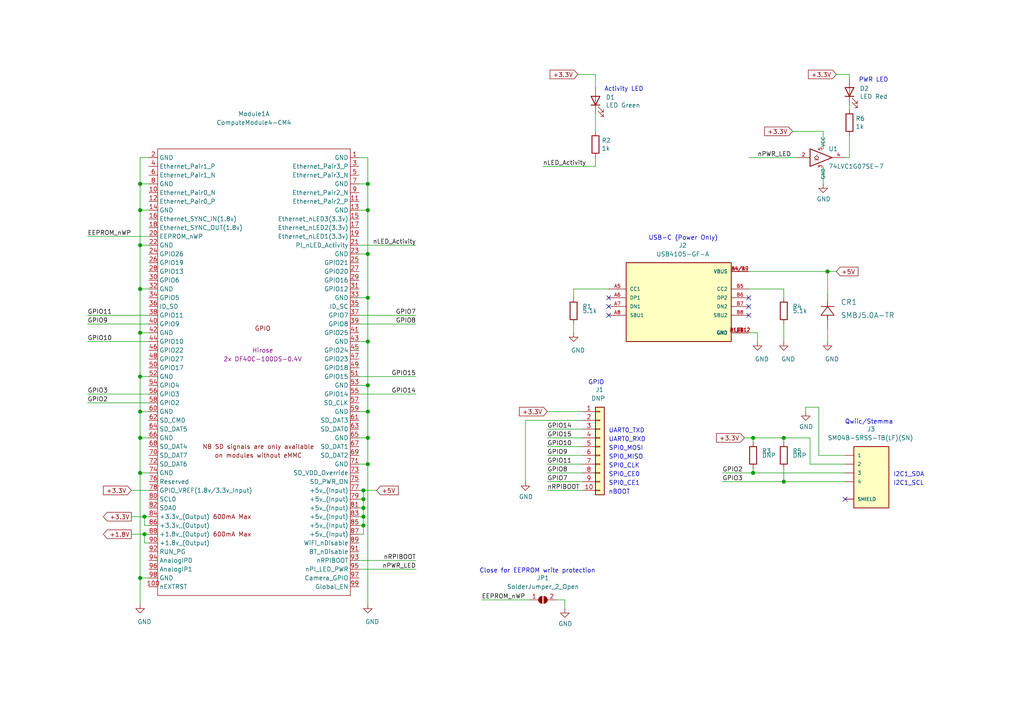
<source format=kicad_sch>
(kicad_sch (version 20211123) (generator eeschema)
  (paper "A4")
  (title_block (title "CM4 Carrier") (date "01/22/2022") (rev "v01") (comment 2 "creativecommons.org/licenses/by-sa/4.0") (comment 3 "License: CC BY-SA 4.0") (comment 4 "Author: Devin Henkel-Legare"))
  (lib_symbols
    (symbol "2020-11-06_22-01-36:SMBJ5.0A-TR" (pin_numbers hide) (pin_names (offset -1.651) hide)
      (property "Reference" "CR" (at 5.08 4.445 0))
      (property "Value" "SMBJ5.0A-TR" (at 5.08 -7.62 0))
      (symbol "SMBJ5.0A-TR_1_1"
        (polyline (pts (xy 2.54 0) (xy 3.4798 0)) (stroke (width 0.2032)))
        (polyline (pts (xy 3.175 0) (xy 3.81 0)) (stroke (width 0.2032)))
        (polyline (pts (xy 3.81 -1.905) (xy 6.35 0)) (stroke (width 0.2032)))
        (polyline (pts (xy 3.81 1.905) (xy 3.81 -1.905)) (stroke (width 0.2032)))
        (polyline (pts (xy 6.35 -1.905) (xy 6.35 1.905)) (stroke (width 0.2032)))
        (polyline (pts (xy 6.35 0) (xy 3.81 1.905)) (stroke (width 0.2032)))
        (polyline (pts (xy 6.35 0) (xy 7.62 0)) (stroke (width 0.2032)))
        (pin unspecified line (at 10.16 0 180) (length 2.54) (name "1") (number "1"))
        (pin unspecified line (at 0 0 0) (length 2.54) (name "2") (number "2"))
      )
    )
    (symbol "CM4IO:74LVC1G07_copy"
      (property "Reference" "U" (at -2.54 3.81 0))
      (property "Value" "74LVC1G07_copy" (at 0 -3.81 0))
      (symbol "74LVC1G07_copy_0_1"
        (polyline (pts (xy -2.54 -0.635) (xy -1.27 -0.635)))
        (polyline (pts (xy -3.81 2.54) (xy -3.81 -2.54) (xy 2.54 0) (xy -3.81 2.54)) (stroke (width 0.254)))
        (polyline (pts (xy -1.905 0.635) (xy -2.54 0) (xy -1.905 -0.635) (xy -1.27 0) (xy -1.905 0.635)))
      )
      (symbol "74LVC1G07_copy_1_1"
        (pin input line (at -7.62 0 0) (length 3.81) (name "~") (number "2"))
        (pin power_in line (at 0 -2.54 270) (length 0) (name "GND") (number "3"))
        (pin open_collector line (at 6.35 0 180) (length 3.81) (name "~") (number "4"))
        (pin power_in line (at 0 2.54 90) (length 0) (name "VCC") (number "5"))
      )
    )
    (symbol "CM4IO:ComputeModule4-CM4"
      (property "Reference" "Module" (at 113.03 -68.58 0))
      (property "Value" "ComputeModule4-CM4" (at 140.97 2.54 0))
      (property "Manufacturer" "Hirose" (at 0 0 0))
      (property "MPN" "2x DF40C-100DS-0.4V" (at 0 -2.54 0))
      (property "MPN (Alt)" "2x DF40HC(3.0)-100DS-0.4V" (at 0 0 0))
      (symbol "ComputeModule4-CM4_1_0"
        (text "GPIO" (at 0 6.35 0) (effects (font (size 1.27 1.27))))
      )
      (symbol "ComputeModule4-CM4_1_1"
        (rectangle (start -30.48 -71.12) (end 25.4 58.42))
        (text "600mA Max" (at -8.89 -53.34 0) (effects (font (size 1.27 1.27))))
        (text "600mA Max" (at -8.89 -48.26 0) (effects (font (size 1.27 1.27))))
        (text "NB SD signals are only available" (at -1.27 -27.94 0) (effects (font (size 1.27 1.27))))
        (text "on modules without eMMC" (at -1.27 -30.48 0) (effects (font (size 1.27 1.27))))
        (pin power_in line (at 27.94 55.88 180) (length 2.54) (name "GND") (number "1"))
        (pin passive line (at -33.02 45.72 0) (length 2.54) (name "Ethernet_Pair0_N") (number "10"))
        (pin output line (at -33.02 -68.58 0) (length 2.54) (name "nEXTRST") (number "100"))
        (pin passive line (at 27.94 43.18 180) (length 2.54) (name "Ethernet_Pair2_P") (number "11"))
        (pin passive line (at -33.02 43.18 0) (length 2.54) (name "Ethernet_Pair0_P") (number "12"))
        (pin power_in line (at 27.94 40.64 180) (length 2.54) (name "GND") (number "13"))
        (pin power_in line (at -33.02 40.64 0) (length 2.54) (name "GND") (number "14"))
        (pin output line (at 27.94 38.1 180) (length 2.54) (name "Ethernet_nLED3(3.3v)") (number "15"))
        (pin input line (at -33.02 38.1 0) (length 2.54) (name "Ethernet_SYNC_IN(1.8v)") (number "16"))
        (pin output line (at 27.94 35.56 180) (length 2.54) (name "Ethernet_nLED2(3.3v)") (number "17"))
        (pin input line (at -33.02 35.56 0) (length 2.54) (name "Ethernet_SYNC_OUT(1.8v)") (number "18"))
        (pin output line (at 27.94 33.02 180) (length 2.54) (name "Ethernet_nLED1(3.3v)") (number "19"))
        (pin power_in line (at -33.02 55.88 0) (length 2.54) (name "GND") (number "2"))
        (pin passive line (at -33.02 33.02 0) (length 2.54) (name "EEPROM_nWP") (number "20"))
        (pin open_collector line (at 27.94 30.48 180) (length 2.54) (name "PI_nLED_Activity") (number "21"))
        (pin power_in line (at -33.02 30.48 0) (length 2.54) (name "GND") (number "22"))
        (pin power_in line (at 27.94 27.94 180) (length 2.54) (name "GND") (number "23"))
        (pin passive line (at -33.02 27.94 0) (length 2.54) (name "GPIO26") (number "24"))
        (pin passive line (at 27.94 25.4 180) (length 2.54) (name "GPIO21") (number "25"))
        (pin passive line (at -33.02 25.4 0) (length 2.54) (name "GPIO19") (number "26"))
        (pin passive line (at 27.94 22.86 180) (length 2.54) (name "GPIO20") (number "27"))
        (pin passive line (at -33.02 22.86 0) (length 2.54) (name "GPIO13") (number "28"))
        (pin passive line (at 27.94 20.32 180) (length 2.54) (name "GPIO16") (number "29"))
        (pin passive line (at 27.94 53.34 180) (length 2.54) (name "Ethernet_Pair3_P") (number "3"))
        (pin passive line (at -33.02 20.32 0) (length 2.54) (name "GPIO6") (number "30"))
        (pin passive line (at 27.94 17.78 180) (length 2.54) (name "GPIO12") (number "31"))
        (pin power_in line (at -33.02 17.78 0) (length 2.54) (name "GND") (number "32"))
        (pin power_in line (at 27.94 15.24 180) (length 2.54) (name "GND") (number "33"))
        (pin passive line (at -33.02 15.24 0) (length 2.54) (name "GPIO5") (number "34"))
        (pin passive line (at 27.94 12.7 180) (length 2.54) (name "ID_SC") (number "35"))
        (pin passive line (at -33.02 12.7 0) (length 2.54) (name "ID_SD") (number "36"))
        (pin passive line (at 27.94 10.16 180) (length 2.54) (name "GPIO7") (number "37"))
        (pin passive line (at -33.02 10.16 0) (length 2.54) (name "GPIO11") (number "38"))
        (pin passive line (at 27.94 7.62 180) (length 2.54) (name "GPIO8") (number "39"))
        (pin passive line (at -33.02 53.34 0) (length 2.54) (name "Ethernet_Pair1_P") (number "4"))
        (pin passive line (at -33.02 7.62 0) (length 2.54) (name "GPIO9") (number "40"))
        (pin passive line (at 27.94 5.08 180) (length 2.54) (name "GPIO25") (number "41"))
        (pin power_in line (at -33.02 5.08 0) (length 2.54) (name "GND") (number "42"))
        (pin power_in line (at 27.94 2.54 180) (length 2.54) (name "GND") (number "43"))
        (pin passive line (at -33.02 2.54 0) (length 2.54) (name "GPIO10") (number "44"))
        (pin passive line (at 27.94 0 180) (length 2.54) (name "GPIO24") (number "45"))
        (pin passive line (at -33.02 0 0) (length 2.54) (name "GPIO22") (number "46"))
        (pin passive line (at 27.94 -2.54 180) (length 2.54) (name "GPIO23") (number "47"))
        (pin passive line (at -33.02 -2.54 0) (length 2.54) (name "GPIO27") (number "48"))
        (pin passive line (at 27.94 -5.08 180) (length 2.54) (name "GPIO18") (number "49"))
        (pin passive line (at 27.94 50.8 180) (length 2.54) (name "Ethernet_Pair3_N") (number "5"))
        (pin passive line (at -33.02 -5.08 0) (length 2.54) (name "GPIO17") (number "50"))
        (pin passive line (at 27.94 -7.62 180) (length 2.54) (name "GPIO15") (number "51"))
        (pin power_in line (at -33.02 -7.62 0) (length 2.54) (name "GND") (number "52"))
        (pin power_in line (at 27.94 -10.16 180) (length 2.54) (name "GND") (number "53"))
        (pin passive line (at -33.02 -10.16 0) (length 2.54) (name "GPIO4") (number "54"))
        (pin passive line (at 27.94 -12.7 180) (length 2.54) (name "GPIO14") (number "55"))
        (pin passive line (at -33.02 -12.7 0) (length 2.54) (name "GPIO3") (number "56"))
        (pin passive line (at 27.94 -15.24 180) (length 2.54) (name "SD_CLK") (number "57"))
        (pin passive line (at -33.02 -15.24 0) (length 2.54) (name "GPIO2") (number "58"))
        (pin power_in line (at 27.94 -17.78 180) (length 2.54) (name "GND") (number "59"))
        (pin passive line (at -33.02 50.8 0) (length 2.54) (name "Ethernet_Pair1_N") (number "6"))
        (pin power_in line (at -33.02 -17.78 0) (length 2.54) (name "GND") (number "60"))
        (pin passive line (at 27.94 -20.32 180) (length 2.54) (name "SD_DAT3") (number "61"))
        (pin passive line (at -33.02 -20.32 0) (length 2.54) (name "SD_CMD") (number "62"))
        (pin passive line (at 27.94 -22.86 180) (length 2.54) (name "SD_DAT0") (number "63"))
        (pin passive line (at -33.02 -22.86 0) (length 2.54) (name "SD_DAT5") (number "64"))
        (pin power_in line (at 27.94 -25.4 180) (length 2.54) (name "GND") (number "65"))
        (pin power_in line (at -33.02 -25.4 0) (length 2.54) (name "GND") (number "66"))
        (pin passive line (at 27.94 -27.94 180) (length 2.54) (name "SD_DAT1") (number "67"))
        (pin passive line (at -33.02 -27.94 0) (length 2.54) (name "SD_DAT4") (number "68"))
        (pin passive line (at 27.94 -30.48 180) (length 2.54) (name "SD_DAT2") (number "69"))
        (pin power_in line (at 27.94 48.26 180) (length 2.54) (name "GND") (number "7"))
        (pin passive line (at -33.02 -30.48 0) (length 2.54) (name "SD_DAT7") (number "70"))
        (pin power_in line (at 27.94 -33.02 180) (length 2.54) (name "GND") (number "71"))
        (pin passive line (at -33.02 -33.02 0) (length 2.54) (name "SD_DAT6") (number "72"))
        (pin input line (at 27.94 -35.56 180) (length 2.54) (name "SD_VDD_Override") (number "73"))
        (pin power_in line (at -33.02 -35.56 0) (length 2.54) (name "GND") (number "74"))
        (pin output line (at 27.94 -38.1 180) (length 2.54) (name "SD_PWR_ON") (number "75"))
        (pin passive line (at -33.02 -38.1 0) (length 2.54) (name "Reserved") (number "76"))
        (pin power_in line (at 27.94 -40.64 180) (length 2.54) (name "+5v_(Input)") (number "77"))
        (pin power_in line (at -33.02 -40.64 0) (length 2.54) (name "GPIO_VREF(1.8v/3.3v_Input)") (number "78"))
        (pin power_in line (at 27.94 -43.18 180) (length 2.54) (name "+5v_(Input)") (number "79"))
        (pin power_in line (at -33.02 48.26 0) (length 2.54) (name "GND") (number "8"))
        (pin passive line (at -33.02 -43.18 0) (length 2.54) (name "SCL0") (number "80"))
        (pin power_in line (at 27.94 -45.72 180) (length 2.54) (name "+5v_(Input)") (number "81"))
        (pin passive line (at -33.02 -45.72 0) (length 2.54) (name "SDA0") (number "82"))
        (pin power_in line (at 27.94 -48.26 180) (length 2.54) (name "+5v_(Input)") (number "83"))
        (pin power_out line (at -33.02 -48.26 0) (length 2.54) (name "+3.3v_(Output)") (number "84"))
        (pin power_in line (at 27.94 -50.8 180) (length 2.54) (name "+5v_(Input)") (number "85"))
        (pin power_out line (at -33.02 -50.8 0) (length 2.54) (name "+3.3v_(Output)") (number "86"))
        (pin power_in line (at 27.94 -53.34 180) (length 2.54) (name "+5v_(Input)") (number "87"))
        (pin power_out line (at -33.02 -53.34 0) (length 2.54) (name "+1.8v_(Output)") (number "88"))
        (pin power_in line (at 27.94 -55.88 180) (length 2.54) (name "WiFi_nDisable") (number "89"))
        (pin passive line (at 27.94 45.72 180) (length 2.54) (name "Ethernet_Pair2_N") (number "9"))
        (pin power_out line (at -33.02 -55.88 0) (length 2.54) (name "+1.8v_(Output)") (number "90"))
        (pin power_in line (at 27.94 -58.42 180) (length 2.54) (name "BT_nDisable") (number "91"))
        (pin passive line (at -33.02 -58.42 0) (length 2.54) (name "RUN_PG") (number "92"))
        (pin input line (at 27.94 -60.96 180) (length 2.54) (name "nRPIBOOT") (number "93"))
        (pin passive line (at -33.02 -60.96 0) (length 2.54) (name "AnalogIP0") (number "94"))
        (pin output line (at 27.94 -63.5 180) (length 2.54) (name "nPI_LED_PWR") (number "95"))
        (pin passive line (at -33.02 -63.5 0) (length 2.54) (name "AnalogIP1") (number "96"))
        (pin passive line (at 27.94 -66.04 180) (length 2.54) (name "Camera_GPIO") (number "97"))
        (pin power_in line (at -33.02 -66.04 0) (length 2.54) (name "GND") (number "98"))
        (pin input line (at 27.94 -68.58 180) (length 2.54) (name "Global_EN") (number "99"))
      )
      (symbol "ComputeModule4-CM4_2_1"
        (rectangle (start 114.3 -66.04) (end 165.1 63.5))
        (text "High Speed Serial" (at 140.97 0 0) (effects (font (size 1.27 1.27))))
        (pin input line (at 170.18 60.96 180) (length 5.08) (name "USB_OTG_ID") (number "101"))
        (pin input line (at 109.22 60.96 0) (length 5.08) (name "PCIe_CLK_nREQ") (number "102"))
        (pin passive line (at 170.18 58.42 180) (length 5.08) (name "USB2_N") (number "103"))
        (pin passive line (at 109.22 58.42 0) (length 5.08) (name "Reserved") (number "104"))
        (pin passive line (at 170.18 55.88 180) (length 5.08) (name "USB2_P") (number "105"))
        (pin passive line (at 109.22 55.88 0) (length 5.08) (name "Reserved") (number "106"))
        (pin power_in line (at 170.18 53.34 180) (length 5.08) (name "GND") (number "107"))
        (pin power_in line (at 109.22 53.34 0) (length 5.08) (name "GND") (number "108"))
        (pin bidirectional line (at 170.18 50.8 180) (length 5.08) (name "PCIe_nRST") (number "109"))
        (pin output line (at 109.22 50.8 0) (length 5.08) (name "PCIe_CLK_P") (number "110"))
        (pin passive line (at 170.18 48.26 180) (length 5.08) (name "VDAC_COMP") (number "111"))
        (pin output line (at 109.22 48.26 0) (length 5.08) (name "PCIe_CLK_N") (number "112"))
        (pin power_in line (at 170.18 45.72 180) (length 5.08) (name "GND") (number "113"))
        (pin power_in line (at 109.22 45.72 0) (length 5.08) (name "GND") (number "114"))
        (pin input line (at 170.18 43.18 180) (length 5.08) (name "CAM1_D0_N") (number "115"))
        (pin input line (at 109.22 43.18 0) (length 5.08) (name "PCIe_RX_P") (number "116"))
        (pin input line (at 170.18 40.64 180) (length 5.08) (name "CAM1_D0_P") (number "117"))
        (pin input line (at 109.22 40.64 0) (length 5.08) (name "PCIe_RX_N") (number "118"))
        (pin power_in line (at 170.18 38.1 180) (length 5.08) (name "GND") (number "119"))
        (pin power_in line (at 109.22 38.1 0) (length 5.08) (name "GND") (number "120"))
        (pin input line (at 170.18 35.56 180) (length 5.08) (name "CAM1_D1_N") (number "121"))
        (pin output line (at 109.22 35.56 0) (length 5.08) (name "PCIe_TX_P") (number "122"))
        (pin input line (at 170.18 33.02 180) (length 5.08) (name "CAM1_D1_P") (number "123"))
        (pin output line (at 109.22 33.02 0) (length 5.08) (name "PCIe_TX_N") (number "124"))
        (pin power_in line (at 170.18 30.48 180) (length 5.08) (name "GND") (number "125"))
        (pin power_in line (at 109.22 30.48 0) (length 5.08) (name "GND") (number "126"))
        (pin input line (at 170.18 27.94 180) (length 5.08) (name "CAM1_C_N") (number "127"))
        (pin input line (at 109.22 27.94 0) (length 5.08) (name "CAM0_D0_N") (number "128"))
        (pin input line (at 170.18 25.4 180) (length 5.08) (name "CAM1_C_P") (number "129"))
        (pin input line (at 109.22 25.4 0) (length 5.08) (name "CAM0_D0_P") (number "130"))
        (pin power_in line (at 170.18 22.86 180) (length 5.08) (name "GND") (number "131"))
        (pin power_in line (at 109.22 22.86 0) (length 5.08) (name "GND") (number "132"))
        (pin input line (at 170.18 20.32 180) (length 5.08) (name "CAM1_D2_N") (number "133"))
        (pin input line (at 109.22 20.32 0) (length 5.08) (name "CAM0_D1_N") (number "134"))
        (pin input line (at 170.18 17.78 180) (length 5.08) (name "CAM1_D2_P") (number "135"))
        (pin input line (at 109.22 17.78 0) (length 5.08) (name "CAM0_D1_P") (number "136"))
        (pin power_in line (at 170.18 15.24 180) (length 5.08) (name "GND") (number "137"))
        (pin power_in line (at 109.22 15.24 0) (length 5.08) (name "GND") (number "138"))
        (pin input line (at 170.18 12.7 180) (length 5.08) (name "CAM1_D3_N") (number "139"))
        (pin input line (at 109.22 12.7 0) (length 5.08) (name "CAM0_C_N") (number "140"))
        (pin input line (at 170.18 10.16 180) (length 5.08) (name "CAM1_D3_P") (number "141"))
        (pin input line (at 109.22 10.16 0) (length 5.08) (name "CAM0_C_P") (number "142"))
        (pin input line (at 170.18 7.62 180) (length 5.08) (name "HDMI1_HOTPLUG") (number "143"))
        (pin power_in line (at 109.22 7.62 0) (length 5.08) (name "GND") (number "144"))
        (pin bidirectional line (at 170.18 5.08 180) (length 5.08) (name "HDMI1_SDA") (number "145"))
        (pin output line (at 109.22 5.08 0) (length 5.08) (name "HDMI1_TX2_P") (number "146"))
        (pin open_collector line (at 170.18 2.54 180) (length 5.08) (name "HDMI1_SCL") (number "147"))
        (pin output line (at 109.22 2.54 0) (length 5.08) (name "HDMI1_TX2_N") (number "148"))
        (pin open_collector line (at 170.18 0 180) (length 5.08) (name "HDMI1_CEC") (number "149"))
        (pin power_in line (at 109.22 0 0) (length 5.08) (name "GND") (number "150"))
        (pin open_collector line (at 170.18 -2.54 180) (length 5.08) (name "HDMI0_CEC") (number "151"))
        (pin output line (at 109.22 -2.54 0) (length 5.08) (name "HDMI1_TX1_P") (number "152"))
        (pin input line (at 170.18 -5.08 180) (length 5.08) (name "HDMI0_HOTPLUG") (number "153"))
        (pin output line (at 109.22 -5.08 0) (length 5.08) (name "HDMI1_TX1_N") (number "154"))
        (pin power_in line (at 170.18 -7.62 180) (length 5.08) (name "GND") (number "155"))
        (pin power_in line (at 109.22 -7.62 0) (length 5.08) (name "GND") (number "156"))
        (pin output line (at 170.18 -10.16 180) (length 5.08) (name "DSI0_D0_N") (number "157"))
        (pin output line (at 109.22 -10.16 0) (length 5.08) (name "HDMI1_TX0_P") (number "158"))
        (pin output line (at 170.18 -12.7 180) (length 5.08) (name "DSI0_D0_P") (number "159"))
        (pin output line (at 109.22 -12.7 0) (length 5.08) (name "HDMI1_TX0_N") (number "160"))
        (pin power_in line (at 170.18 -15.24 180) (length 5.08) (name "GND") (number "161"))
        (pin power_in line (at 109.22 -15.24 0) (length 5.08) (name "GND") (number "162"))
        (pin output line (at 170.18 -17.78 180) (length 5.08) (name "DSI0_D1_N") (number "163"))
        (pin output line (at 109.22 -17.78 0) (length 5.08) (name "HDMI1_CLK_P") (number "164"))
        (pin output line (at 170.18 -20.32 180) (length 5.08) (name "DSI0_D1_P") (number "165"))
        (pin output line (at 109.22 -20.32 0) (length 5.08) (name "HDMI1_CLK_N") (number "166"))
        (pin power_in line (at 170.18 -22.86 180) (length 5.08) (name "GND") (number "167"))
        (pin power_in line (at 109.22 -22.86 0) (length 5.08) (name "GND") (number "168"))
        (pin output line (at 170.18 -25.4 180) (length 5.08) (name "DSI0_C_N") (number "169"))
        (pin output line (at 109.22 -25.4 0) (length 5.08) (name "HDMI0_TX2_P") (number "170"))
        (pin output line (at 170.18 -27.94 180) (length 5.08) (name "DSI0_C_P") (number "171"))
        (pin output line (at 109.22 -27.94 0) (length 5.08) (name "HDMI0_TX2_N") (number "172"))
        (pin power_in line (at 170.18 -30.48 180) (length 5.08) (name "GND") (number "173"))
        (pin power_in line (at 109.22 -30.48 0) (length 5.08) (name "GND") (number "174"))
        (pin output line (at 170.18 -33.02 180) (length 5.08) (name "DSI1_D0_N") (number "175"))
        (pin output line (at 109.22 -33.02 0) (length 5.08) (name "HDMI0_TX1_P") (number "176"))
        (pin output line (at 170.18 -35.56 180) (length 5.08) (name "DSI1_D0_P") (number "177"))
        (pin output line (at 109.22 -35.56 0) (length 5.08) (name "HDMI0_TX1_N") (number "178"))
        (pin power_in line (at 170.18 -38.1 180) (length 5.08) (name "GND") (number "179"))
        (pin power_in line (at 109.22 -38.1 0) (length 5.08) (name "GND") (number "180"))
        (pin output line (at 170.18 -40.64 180) (length 5.08) (name "DSI1_D1_N") (number "181"))
        (pin output line (at 109.22 -40.64 0) (length 5.08) (name "HDMI0_TX0_P") (number "182"))
        (pin output line (at 170.18 -43.18 180) (length 5.08) (name "DSI1_D1_P") (number "183"))
        (pin output line (at 109.22 -43.18 0) (length 5.08) (name "HDMI0_TX0_N") (number "184"))
        (pin power_in line (at 170.18 -45.72 180) (length 5.08) (name "GND") (number "185"))
        (pin power_in line (at 109.22 -45.72 0) (length 5.08) (name "GND") (number "186"))
        (pin output line (at 170.18 -48.26 180) (length 5.08) (name "DSI1_C_N") (number "187"))
        (pin output line (at 109.22 -48.26 0) (length 5.08) (name "HDMI0_CLK_P") (number "188"))
        (pin output line (at 170.18 -50.8 180) (length 5.08) (name "DSI1_C_P") (number "189"))
        (pin output line (at 109.22 -50.8 0) (length 5.08) (name "HDMI0_CLK_N") (number "190"))
        (pin power_in line (at 170.18 -53.34 180) (length 5.08) (name "GND") (number "191"))
        (pin power_in line (at 109.22 -53.34 0) (length 5.08) (name "GND") (number "192"))
        (pin output line (at 170.18 -55.88 180) (length 5.08) (name "DSI1_D2_N") (number "193"))
        (pin output line (at 109.22 -55.88 0) (length 5.08) (name "DSI1_D3_N") (number "194"))
        (pin output line (at 170.18 -58.42 180) (length 5.08) (name "DSI1_D2_P") (number "195"))
        (pin output line (at 109.22 -58.42 0) (length 5.08) (name "DSI1_D3_P") (number "196"))
        (pin power_in line (at 170.18 -60.96 180) (length 5.08) (name "GND") (number "197"))
        (pin power_in line (at 109.22 -60.96 0) (length 5.08) (name "GND") (number "198"))
        (pin bidirectional line (at 170.18 -63.5 180) (length 5.08) (name "HDMI0_SDA") (number "199"))
        (pin open_collector line (at 109.22 -63.5 0) (length 5.08) (name "HDMI0_SCL") (number "200"))
      )
    )
    (symbol "Connector_Generic:Conn_01x10" (pin_names (offset 1.016) hide)
      (property "Reference" "J" (at 0 12.7 0))
      (property "Value" "Conn_01x10" (at 0 -15.24 0))
      (symbol "Conn_01x10_1_1"
        (rectangle (start -1.27 -12.573) (end 0 -12.827) (stroke (width 0.1524)))
        (rectangle (start -1.27 -10.033) (end 0 -10.287) (stroke (width 0.1524)))
        (rectangle (start -1.27 -7.493) (end 0 -7.747) (stroke (width 0.1524)))
        (rectangle (start -1.27 -4.953) (end 0 -5.207) (stroke (width 0.1524)))
        (rectangle (start -1.27 -2.413) (end 0 -2.667) (stroke (width 0.1524)))
        (rectangle (start -1.27 0.127) (end 0 -0.127) (stroke (width 0.1524)))
        (rectangle (start -1.27 2.667) (end 0 2.413) (stroke (width 0.1524)))
        (rectangle (start -1.27 5.207) (end 0 4.953) (stroke (width 0.1524)))
        (rectangle (start -1.27 7.747) (end 0 7.493) (stroke (width 0.1524)))
        (rectangle (start -1.27 10.287) (end 0 10.033) (stroke (width 0.1524)))
        (rectangle (start -1.27 11.43) (end 1.27 -13.97) (stroke (width 0.254)) (fill (type background)))
        (pin passive line (at -5.08 10.16 0) (length 3.81) (name "Pin_1") (number "1"))
        (pin passive line (at -5.08 -12.7 0) (length 3.81) (name "Pin_10") (number "10"))
        (pin passive line (at -5.08 7.62 0) (length 3.81) (name "Pin_2") (number "2"))
        (pin passive line (at -5.08 5.08 0) (length 3.81) (name "Pin_3") (number "3"))
        (pin passive line (at -5.08 2.54 0) (length 3.81) (name "Pin_4") (number "4"))
        (pin passive line (at -5.08 0 0) (length 3.81) (name "Pin_5") (number "5"))
        (pin passive line (at -5.08 -2.54 0) (length 3.81) (name "Pin_6") (number "6"))
        (pin passive line (at -5.08 -5.08 0) (length 3.81) (name "Pin_7") (number "7"))
        (pin passive line (at -5.08 -7.62 0) (length 3.81) (name "Pin_8") (number "8"))
        (pin passive line (at -5.08 -10.16 0) (length 3.81) (name "Pin_9") (number "9"))
      )
    )
    (symbol "Device:LED" (pin_numbers hide) (pin_names (offset 1.016) hide)
      (property "Reference" "D" (at 0 2.54 0))
      (property "Value" "LED" (at 0 -2.54 0))
      (symbol "LED_0_1"
        (polyline (pts (xy -1.27 -1.27) (xy -1.27 1.27)) (stroke (width 0.254)))
        (polyline (pts (xy -1.27 0) (xy 1.27 0)))
        (polyline (pts (xy 1.27 -1.27) (xy 1.27 1.27) (xy -1.27 0) (xy 1.27 -1.27)) (stroke (width 0.254)))
        (polyline (pts (xy -3.048 -0.762) (xy -4.572 -2.286) (xy -3.81 -2.286) (xy -4.572 -2.286) (xy -4.572 -1.524)))
        (polyline (pts (xy -1.778 -0.762) (xy -3.302 -2.286) (xy -2.54 -2.286) (xy -3.302 -2.286) (xy -3.302 -1.524)))
      )
      (symbol "LED_1_1"
        (pin passive line (at -3.81 0 0) (length 2.54) (name "K") (number "1"))
        (pin passive line (at 3.81 0 180) (length 2.54) (name "A") (number "2"))
      )
    )
    (symbol "Device:R" (pin_numbers hide) (pin_names (offset 0))
      (property "Reference" "R" (at 2.032 0 90))
      (property "Value" "R" (at 0 0 90))
      (symbol "R_0_1"
        (rectangle (start -1.016 -2.54) (end 1.016 2.54) (stroke (width 0.254)))
      )
      (symbol "R_1_1"
        (pin passive line (at 0 3.81 270) (length 1.27) (name "~") (number "1"))
        (pin passive line (at 0 -3.81 90) (length 1.27) (name "~") (number "2"))
      )
    )
    (symbol "Jumper:SolderJumper_2_Open" (pin_names (offset 0) hide)
      (property "Reference" "JP" (at 0 2.032 0))
      (property "Value" "SolderJumper_2_Open" (at 0 -2.54 0))
      (symbol "SolderJumper_2_Open_0_1"
        (arc (start -0.254 1.016) (mid -1.27 0) (end -0.254 -1.016))
        (arc (start -0.254 1.016) (mid -1.27 0) (end -0.254 -1.016) (fill (type outline)))
        (polyline (pts (xy -0.254 1.016) (xy -0.254 -1.016)))
        (polyline (pts (xy 0.254 1.016) (xy 0.254 -1.016)))
        (arc (start 0.254 -1.016) (mid 1.27 0) (end 0.254 1.016))
        (arc (start 0.254 -1.016) (mid 1.27 0) (end 0.254 1.016) (fill (type outline)))
      )
      (symbol "SolderJumper_2_Open_1_1"
        (pin passive line (at -3.81 0 0) (length 2.54) (name "A") (number "1"))
        (pin passive line (at 3.81 0 180) (length 2.54) (name "B") (number "2"))
      )
    )
    (symbol "SM04B-SRSS-TB_LF__SN_:SM04B-SRSS-TB(LF)(SN)" (pin_numbers hide) (pin_names (offset 1.016))
      (property "Reference" "J" (at -5.08 8.1534 0))
      (property "Value" "SM04B-SRSS-TB(LF)(SN)" (at -5.08 -11.9634 0))
      (symbol "SM04B-SRSS-TB(LF)(SN)_0_0"
        (rectangle (start -5.08 -10.16) (end 5.08 7.62) (stroke (width 0.254)) (fill (type background)))
        (pin passive line (at -7.62 5.08 0) (length 2.54) (name "1") (number "1"))
        (pin passive line (at -7.62 2.54 0) (length 2.54) (name "2") (number "2"))
        (pin passive line (at -7.62 0 0) (length 2.54) (name "3") (number "3"))
        (pin passive line (at -7.62 -2.54 0) (length 2.54) (name "4") (number "4"))
        (pin passive line (at -7.62 -7.62 0) (length 2.54) (name "SHIELD") (number "S1"))
        (pin passive line (at -7.62 -7.62 0) (length 2.54) (name "SHIELD") (number "S2"))
      )
    )
    (symbol "USB4105-GF-A:USB4105-GF-A" (pin_names (offset 1.016))
      (property "Reference" "J" (at -15.24 13.97 0))
      (property "Value" "USB4105-GF-A" (at -15.24 -12.7 0))
      (symbol "USB4105-GF-A_0_0"
        (rectangle (start -15.24 -10.16) (end 15.24 12.7) (stroke (width 0.254)) (fill (type background)))
        (pin power_in line (at 20.32 -7.62 180) (length 5.08) (name "GND") (number "A1/B12"))
        (pin power_in line (at 20.32 10.16 180) (length 5.08) (name "VBUS") (number "A4/B9"))
        (pin bidirectional line (at -20.32 5.08 0) (length 5.08) (name "CC1") (number "A5"))
        (pin bidirectional line (at -20.32 2.54 0) (length 5.08) (name "DP1") (number "A6"))
        (pin bidirectional line (at -20.32 0 0) (length 5.08) (name "DN1") (number "A7"))
        (pin bidirectional line (at -20.32 -2.54 0) (length 5.08) (name "SBU1") (number "A8"))
        (pin power_in line (at 20.32 -7.62 180) (length 5.08) (name "GND") (number "B1/A12"))
        (pin power_in line (at 20.32 10.16 180) (length 5.08) (name "VBUS") (number "B4/A9"))
        (pin bidirectional line (at 20.32 5.08 180) (length 5.08) (name "CC2") (number "B5"))
        (pin bidirectional line (at 20.32 2.54 180) (length 5.08) (name "DP2") (number "B6"))
        (pin bidirectional line (at 20.32 0 180) (length 5.08) (name "DN2") (number "B7"))
        (pin bidirectional line (at 20.32 -2.54 180) (length 5.08) (name "SBU2") (number "B8"))
        (pin power_in line (at 20.32 -7.62 180) (length 5.08) (name "GND") (number "G1"))
        (pin power_in line (at 20.32 -7.62 180) (length 5.08) (name "GND") (number "G2"))
        (pin power_in line (at 20.32 -7.62 180) (length 5.08) (name "GND") (number "G3"))
        (pin power_in line (at 20.32 -7.62 180) (length 5.08) (name "GND") (number "G4"))
      )
    )
    (symbol "power:GND" (power) (pin_names (offset 0))
      (property "Value" "GND" (at 0 -3.81 0))
      (symbol "GND_0_1"
        (polyline (pts (xy 0 0) (xy 0 -1.27) (xy 1.27 -1.27) (xy 0 -2.54) (xy -1.27 -1.27) (xy 0 -1.27)))
      )
      (symbol "GND_1_1"
        (pin power_in line (at 0 0 270) (length 0) hide (name "GND") (number "1"))
      )
    )
  )
  (junction (at 227.33 127) (diameter 1.016))
  (junction (at 218.44 127) (diameter 1.016))
  (junction (at 40.64 109.22) (diameter 1.016))
  (junction (at 105.41 147.32) (diameter 1.016))
  (junction (at 106.68 60.96) (diameter 1.016))
  (junction (at 227.33 139.7) (diameter 1.016))
  (junction (at 106.68 111.76) (diameter 1.016))
  (junction (at 40.64 60.96) (diameter 1.016))
  (junction (at 106.68 134.62) (diameter 1.016))
  (junction (at 106.68 99.06) (diameter 1.016))
  (junction (at 40.64 53.34) (diameter 1.016))
  (junction (at 106.68 119.38) (diameter 1.016))
  (junction (at 106.68 86.36) (diameter 1.016))
  (junction (at 105.41 144.78) (diameter 1.016))
  (junction (at 105.41 149.86) (diameter 1.016))
  (junction (at 40.64 119.38) (diameter 1.016))
  (junction (at 40.64 137.16) (diameter 1.016))
  (junction (at 106.68 73.66) (diameter 1.016))
  (junction (at 106.68 53.34) (diameter 1.016))
  (junction (at 40.64 83.82) (diameter 1.016))
  (junction (at 41.91 154.94) (diameter 1.016))
  (junction (at 105.41 142.24) (diameter 1.016))
  (junction (at 218.44 137.16) (diameter 1.016))
  (junction (at 40.64 71.12) (diameter 1.016))
  (junction (at 240.03 78.74) (diameter 1.016))
  (junction (at 105.41 152.4) (diameter 1.016))
  (junction (at 41.91 149.86) (diameter 1.016))
  (junction (at 40.64 167.64) (diameter 1.016))
  (junction (at 40.64 96.52) (diameter 1.016))
  (junction (at 40.64 127) (diameter 1.016))
  (junction (at 106.68 127) (diameter 1.016))
  (no_connect (at 176.53 91.44))
  (no_connect (at 245.11 144.78))
  (no_connect (at 217.17 88.9))
  (no_connect (at 217.17 91.44))
  (no_connect (at 217.17 86.36))
  (no_connect (at 176.53 86.36))
  (no_connect (at 176.53 88.9))
  (wire (pts (xy 104.14 142.24) (xy 105.41 142.24)))
  (wire (pts (xy 246.38 22.86) (xy 246.38 21.59)))
  (wire (pts (xy 38.1 149.86) (xy 41.91 149.86)))
  (wire (pts (xy 209.55 137.16) (xy 218.44 137.16)))
  (wire (pts (xy 25.4 116.84) (xy 43.18 116.84)))
  (wire (pts (xy 105.41 154.94) (xy 105.41 152.4)))
  (wire (pts (xy 104.14 60.96) (xy 106.68 60.96)))
  (wire (pts (xy 217.17 83.82) (xy 227.33 83.82)))
  (wire (pts (xy 246.38 21.59) (xy 242.57 21.59)))
  (wire (pts (xy 158.75 139.7) (xy 168.91 139.7)))
  (wire (pts (xy 106.68 134.62) (xy 106.68 175.26)))
  (wire (pts (xy 218.44 137.16) (xy 245.11 137.16)))
  (wire (pts (xy 217.17 78.74) (xy 240.03 78.74)))
  (wire (pts (xy 158.75 127) (xy 168.91 127)))
  (wire (pts (xy 25.4 93.98) (xy 43.18 93.98)))
  (wire (pts (xy 106.68 127) (xy 106.68 134.62)))
  (wire (pts (xy 158.75 124.46) (xy 168.91 124.46)))
  (wire (pts (xy 219.71 96.52) (xy 219.71 99.06)))
  (wire (pts (xy 166.37 83.82) (xy 166.37 86.36)))
  (wire (pts (xy 40.64 167.64) (xy 43.18 167.64)))
  (wire (pts (xy 227.33 139.7) (xy 245.11 139.7)))
  (wire (pts (xy 40.64 96.52) (xy 43.18 96.52)))
  (wire (pts (xy 40.64 127) (xy 43.18 127)))
  (wire (pts (xy 105.41 147.32) (xy 105.41 144.78)))
  (wire (pts (xy 40.64 60.96) (xy 40.64 71.12)))
  (wire (pts (xy 104.14 71.12) (xy 120.65 71.12)))
  (wire (pts (xy 40.64 127) (xy 40.64 137.16)))
  (wire (pts (xy 104.14 147.32) (xy 105.41 147.32)))
  (wire (pts (xy 25.4 91.44) (xy 43.18 91.44)))
  (wire (pts (xy 158.75 129.54) (xy 168.91 129.54)))
  (wire (pts (xy 246.38 39.37) (xy 246.38 45.72)))
  (wire (pts (xy 238.76 48.26) (xy 238.76 53.34)))
  (wire (pts (xy 240.03 78.74) (xy 242.57 78.74)))
  (wire (pts (xy 104.14 127) (xy 106.68 127)))
  (wire (pts (xy 40.64 119.38) (xy 40.64 127)))
  (wire (pts (xy 217.17 45.72) (xy 231.14 45.72)))
  (wire (pts (xy 25.4 99.06) (xy 43.18 99.06)))
  (wire (pts (xy 161.29 173.99) (xy 163.83 173.99)))
  (wire (pts (xy 227.33 83.82) (xy 227.33 86.36)))
  (wire (pts (xy 104.14 53.34) (xy 106.68 53.34)))
  (wire (pts (xy 104.14 73.66) (xy 106.68 73.66)))
  (wire (pts (xy 40.64 137.16) (xy 40.64 167.64)))
  (wire (pts (xy 41.91 149.86) (xy 43.18 149.86)))
  (wire (pts (xy 40.64 45.72) (xy 40.64 53.34)))
  (wire (pts (xy 40.64 137.16) (xy 43.18 137.16)))
  (wire (pts (xy 41.91 157.48) (xy 41.91 154.94)))
  (wire (pts (xy 43.18 152.4) (xy 41.91 152.4)))
  (wire (pts (xy 40.64 71.12) (xy 43.18 71.12)))
  (wire (pts (xy 106.68 119.38) (xy 106.68 127)))
  (wire (pts (xy 104.14 162.56) (xy 120.65 162.56)))
  (wire (pts (xy 40.64 109.22) (xy 43.18 109.22)))
  (wire (pts (xy 104.14 45.72) (xy 106.68 45.72)))
  (wire (pts (xy 158.75 142.24) (xy 168.91 142.24)))
  (wire (pts (xy 105.41 144.78) (xy 105.41 142.24)))
  (wire (pts (xy 106.68 73.66) (xy 106.68 86.36)))
  (wire (pts (xy 40.64 109.22) (xy 40.64 119.38)))
  (wire (pts (xy 166.37 93.98) (xy 166.37 96.52)))
  (wire (pts (xy 104.14 152.4) (xy 105.41 152.4)))
  (wire (pts (xy 40.64 71.12) (xy 40.64 83.82)))
  (wire (pts (xy 227.33 127) (xy 234.95 127)))
  (wire (pts (xy 172.72 25.4) (xy 172.72 21.59)))
  (wire (pts (xy 104.14 154.94) (xy 105.41 154.94)))
  (wire (pts (xy 38.1 154.94) (xy 41.91 154.94)))
  (wire (pts (xy 157.48 48.26) (xy 172.72 48.26)))
  (wire (pts (xy 218.44 127) (xy 218.44 128.27)))
  (wire (pts (xy 40.64 83.82) (xy 43.18 83.82)))
  (wire (pts (xy 240.03 95.25) (xy 240.03 99.06)))
  (wire (pts (xy 104.14 119.38) (xy 106.68 119.38)))
  (wire (pts (xy 237.49 132.08) (xy 245.11 132.08)))
  (wire (pts (xy 234.95 134.62) (xy 234.95 127)))
  (wire (pts (xy 40.64 53.34) (xy 40.64 60.96)))
  (wire (pts (xy 104.14 91.44) (xy 120.65 91.44)))
  (wire (pts (xy 25.4 68.58) (xy 43.18 68.58)))
  (wire (pts (xy 158.75 132.08) (xy 168.91 132.08)))
  (wire (pts (xy 104.14 134.62) (xy 106.68 134.62)))
  (wire (pts (xy 43.18 45.72) (xy 40.64 45.72)))
  (wire (pts (xy 38.1 142.24) (xy 43.18 142.24)))
  (wire (pts (xy 106.68 53.34) (xy 106.68 60.96)))
  (wire (pts (xy 139.7 173.99) (xy 153.67 173.99)))
  (wire (pts (xy 104.14 86.36) (xy 106.68 86.36)))
  (wire (pts (xy 227.33 135.89) (xy 227.33 139.7)))
  (wire (pts (xy 105.41 149.86) (xy 105.41 147.32)))
  (wire (pts (xy 41.91 152.4) (xy 41.91 149.86)))
  (wire (pts (xy 40.64 96.52) (xy 40.64 109.22)))
  (wire (pts (xy 106.68 111.76) (xy 106.68 119.38)))
  (wire (pts (xy 40.64 53.34) (xy 43.18 53.34)))
  (wire (pts (xy 105.41 152.4) (xy 105.41 149.86)))
  (wire (pts (xy 238.76 38.1) (xy 229.87 38.1)))
  (wire (pts (xy 104.14 93.98) (xy 120.65 93.98)))
  (wire (pts (xy 167.64 21.59) (xy 172.72 21.59)))
  (wire (pts (xy 227.33 93.98) (xy 227.33 99.06)))
  (wire (pts (xy 106.68 60.96) (xy 106.68 73.66)))
  (wire (pts (xy 105.41 142.24) (xy 109.22 142.24)))
  (wire (pts (xy 176.53 83.82) (xy 166.37 83.82)))
  (wire (pts (xy 215.9 127) (xy 218.44 127)))
  (wire (pts (xy 240.03 78.74) (xy 240.03 85.09)))
  (wire (pts (xy 209.55 139.7) (xy 227.33 139.7)))
  (wire (pts (xy 40.64 119.38) (xy 43.18 119.38)))
  (wire (pts (xy 104.14 111.76) (xy 106.68 111.76)))
  (wire (pts (xy 40.64 60.96) (xy 43.18 60.96)))
  (wire (pts (xy 104.14 114.3) (xy 120.65 114.3)))
  (wire (pts (xy 246.38 45.72) (xy 245.11 45.72)))
  (wire (pts (xy 172.72 33.02) (xy 172.72 38.1)))
  (wire (pts (xy 227.33 127) (xy 227.33 128.27)))
  (wire (pts (xy 25.4 114.3) (xy 43.18 114.3)))
  (wire (pts (xy 40.64 167.64) (xy 40.64 175.26)))
  (wire (pts (xy 104.14 144.78) (xy 105.41 144.78)))
  (wire (pts (xy 233.68 119.38) (xy 233.68 118.11)))
  (wire (pts (xy 218.44 135.89) (xy 218.44 137.16)))
  (wire (pts (xy 43.18 157.48) (xy 41.91 157.48)))
  (wire (pts (xy 246.38 30.48) (xy 246.38 31.75)))
  (wire (pts (xy 106.68 45.72) (xy 106.68 53.34)))
  (wire (pts (xy 217.17 96.52) (xy 219.71 96.52)))
  (wire (pts (xy 237.49 118.11) (xy 237.49 132.08)))
  (wire (pts (xy 245.11 134.62) (xy 234.95 134.62)))
  (wire (pts (xy 41.91 154.94) (xy 43.18 154.94)))
  (wire (pts (xy 106.68 86.36) (xy 106.68 99.06)))
  (wire (pts (xy 152.4 121.92) (xy 152.4 139.7)))
  (wire (pts (xy 152.4 121.92) (xy 168.91 121.92)))
  (wire (pts (xy 163.83 173.99) (xy 163.83 176.53)))
  (wire (pts (xy 104.14 165.1) (xy 120.65 165.1)))
  (wire (pts (xy 158.75 119.38) (xy 168.91 119.38)))
  (wire (pts (xy 218.44 127) (xy 227.33 127)))
  (wire (pts (xy 104.14 149.86) (xy 105.41 149.86)))
  (wire (pts (xy 40.64 83.82) (xy 40.64 96.52)))
  (wire (pts (xy 104.14 99.06) (xy 106.68 99.06)))
  (wire (pts (xy 158.75 134.62) (xy 168.91 134.62)))
  (wire (pts (xy 104.14 109.22) (xy 120.65 109.22)))
  (wire (pts (xy 158.75 137.16) (xy 168.91 137.16)))
  (wire (pts (xy 172.72 48.26) (xy 172.72 45.72)))
  (wire (pts (xy 238.76 43.18) (xy 238.76 38.1)))
  (wire (pts (xy 106.68 99.06) (xy 106.68 111.76)))
  (wire (pts (xy 233.68 118.11) (xy 237.49 118.11)))
  (text "SPI0_MISO" (at 176.53 133.35 0) (effects (font (size 1.27 1.27)) (justify left bottom)))
  (text "GPIO" (at 175.26 111.76 180) (effects (font (size 1.27 1.27)) (justify right bottom)))
  (text "I2C1_SCL" (at 259.08 140.97 0) (effects (font (size 1.27 1.27)) (justify left bottom)))
  (text "nBOOT" (at 176.53 143.51 0) (effects (font (size 1.27 1.27)) (justify left bottom)))
  (text "USB-C (Power Only)" (at 208.28 69.85 180) (effects (font (size 1.27 1.27)) (justify right bottom)))
  (text "UART0_RXD" (at 176.53 128.27 0) (effects (font (size 1.27 1.27)) (justify left bottom)))
  (text "SPI0_CLK" (at 176.53 135.89 0) (effects (font (size 1.27 1.27)) (justify left bottom)))
  (text "I2C1_SDA" (at 259.08 138.43 0) (effects (font (size 1.27 1.27)) (justify left bottom)))
  (text "Qwiic/Stemma" (at 259.08 123.19 180) (effects (font (size 1.27 1.27)) (justify right bottom)))
  (text "SPI0_CE0" (at 176.53 138.43 0) (effects (font (size 1.27 1.27)) (justify left bottom)))
  (text "Activity LED" (at 175.26 26.67 0) (effects (font (size 1.27 1.27)) (justify left bottom)))
  (text "Close for EEPROM write protection" (at 172.72 166.37 180) (effects (font (size 1.27 1.27)) (justify right bottom)))
  (text "PWR LED" (at 249.047 24.003 0) (effects (font (size 1.27 1.27)) (justify left bottom)))
  (text "SPI0_CE1" (at 176.53 140.97 0) (effects (font (size 1.27 1.27)) (justify left bottom)))
  (text "SPI0_MOSI" (at 176.53 130.81 0) (effects (font (size 1.27 1.27)) (justify left bottom)))
  (text "UART0_TXD" (at 176.53 125.73 0) (effects (font (size 1.27 1.27)) (justify left bottom)))
  (label "GPIO3" (at 25.4 114.3 0))
  (label "GPIO3" (at 209.55 139.7 0))
  (label "GPIO8" (at 158.75 137.16 0))
  (label "GPIO11" (at 25.4 91.44 0))
  (label "EEPROM_nWP" (at 25.4 68.58 0))
  (label "GPIO10" (at 158.75 129.54 0))
  (label "nLED_Activity" (at 120.65 71.12 180))
  (label "GPIO9" (at 25.4 93.98 0))
  (label "GPIO2" (at 209.55 137.16 0))
  (label "GPIO15" (at 120.65 109.22 180))
  (label "nRPIBOOT" (at 120.65 162.56 180))
  (label "GPIO2" (at 25.4 116.84 0))
  (label "GPIO11" (at 158.75 134.62 0))
  (label "GPIO7" (at 158.75 139.7 0))
  (label "nRPIBOOT" (at 158.75 142.24 0))
  (label "GPIO15" (at 158.75 127 0))
  (label "nLED_Activity" (at 157.48 48.26 0))
  (label "EEPROM_nWP" (at 139.7 173.99 0))
  (label "GPIO7" (at 120.65 91.44 180))
  (label "nPWR_LED" (at 219.71 45.72 0))
  (label "nPWR_LED" (at 120.65 165.1 180))
  (label "GPIO14" (at 120.65 114.3 180))
  (label "GPIO14" (at 158.75 124.46 0))
  (label "GPIO8" (at 120.65 93.98 180))
  (label "GPIO10" (at 25.4 99.06 0))
  (label "GPIO9" (at 158.75 132.08 0))
  (global_label "+3.3V" (shape output) (at 38.1 149.86 180) (property "Intersheet References" "${INTERSHEET_REFS}" (effects hide)))
  (global_label "+3.3V" (shape input) (at 167.64 21.59 180) (property "Intersheet References" "${INTERSHEET_REFS}" (effects hide)))
  (global_label "+5V" (shape input) (at 109.22 142.24 0) (property "Intersheet References" "${INTERSHEET_REFS}" (effects hide)))
  (global_label "+3.3V" (shape input) (at 242.57 21.59 180) (property "Intersheet References" "${INTERSHEET_REFS}" (effects hide)))
  (global_label "+3.3V" (shape input) (at 158.75 119.38 180) (property "Intersheet References" "${INTERSHEET_REFS}" (effects hide)))
  (global_label "+3.3V" (shape input) (at 215.9 127 180) (property "Intersheet References" "${INTERSHEET_REFS}" (effects hide)))
  (global_label "+1.8V" (shape output) (at 38.1 154.94 180) (property "Intersheet References" "${INTERSHEET_REFS}" (effects hide)))
  (global_label "+3.3V" (shape input) (at 38.1 142.24 180) (property "Intersheet References" "${INTERSHEET_REFS}" (effects hide)))
  (global_label "+5V" (shape input) (at 242.57 78.74 0) (property "Intersheet References" "${INTERSHEET_REFS}" (effects hide)))
  (global_label "+3.3V" (shape input) (at 229.87 38.1 180) (property "Intersheet References" "${INTERSHEET_REFS}" (effects hide)))
  (symbol (lib_id "Device:LED") (at 246.38 26.67 90) (unit 1)
    (property "Reference" "D2" (at 249.3518 25.6794 90) (effects (justify right)))
    (property "Value" "LED Red" (at 249.3518 27.9908 90) (effects (justify right)))
    (property "Footprint" "LED_SMD:LED_0603_1608Metric" (effects hide))
    (property "Part Description" "	Red 620nm LED Indication - Discrete 2.2V 2-SMD, No Lead" (effects hide))
    (property "Manufacturer" "Lite-On Inc." (effects hide))
    (property "MPN" "LTST-S270KRKT" (effects hide))
    (property "Digi-Key_PN" "160-1479-1-ND" (effects hide))
  )
  (symbol (lib_id "power:GND") (at 152.4 139.7 0) (unit 1)
    (property "Reference" "#PWR0103" (effects hide))
    (property "Value" "GND" (at 152.527 144.0942 0))
  )
  (symbol (lib_id "power:GND") (at 233.68 119.38 0) (unit 1)
    (property "Reference" "#PWR0109" (effects hide))
    (property "Value" "GND" (at 233.807 123.7742 0))
  )
  (symbol (lib_id "USB4105-GF-A:USB4105-GF-A") (at 196.85 88.9 0) (unit 1)
    (property "Reference" "J2" (at 198.0224 71.1864 0))
    (property "Value" "USB4105-GF-A" (at 198.0224 73.7264 0))
    (property "Footprint" "USB4105-GF-A:GCT_USB4105-GF-A" (effects hide))
    (property "AVAILABILITY" "Unavailable" (effects hide))
    (property "DESCRIPTION" "USB - C _Type - C_ USB 2.0 Receptacle Connector 24 Position Surface Mount, Right Angle; Through Hole" (effects hide))
    (property "PRICE" "None" (effects hide))
    (property "MP" "USB4105" (effects hide))
    (property "MF" "Global Connector Technology" (effects hide))
    (property "PACKAGE" "Package Analog Devices" (effects hide))
    (property "Manufacturer" "GCT" (effects hide))
    (property "MPN" "USB4105-GF-A" (effects hide))
    (property "Digi-Key_PN" "2073-USB4105-GF-ACT-ND" (effects hide))
  )
  (symbol (lib_id "Device:R") (at 166.37 90.17 0) (unit 1)
    (property "Reference" "R1" (at 168.91 88.9 0) (effects (justify left)))
    (property "Value" "5.1k" (at 168.91 90.17 0) (effects (justify left)))
    (property "Footprint" "Resistor_SMD:R_0603_1608Metric_Pad0.98x0.95mm_HandSolder" (effects hide))
    (property "Manufacturer" "Yageo" (effects hide))
    (property "MPN" "RC0603FR-075K1L" (effects hide))
    (property "Digi-Key_PN" "311-5.10KHRCT-ND" (effects hide))
  )
  (symbol (lib_id "power:GND") (at 40.64 175.26 0) (unit 1)
    (property "Reference" "#PWR0101" (effects hide))
    (property "Value" "GND" (at 41.91 180.34 0))
  )
  (symbol (lib_id "SM04B-SRSS-TB_LF__SN_:SM04B-SRSS-TB(LF)(SN)") (at 252.73 137.16 0) (unit 1)
    (property "Reference" "J3" (at 251.46 124.46 0) (effects (justify left)))
    (property "Value" "SM04B-SRSS-TB(LF)(SN)" (at 240.03 127 0) (effects (justify left)))
    (property "Footprint" "SM04B-SRSS-TB_LF__SN_:JST_SM04B-SRSS-TB(LF)(SN)" (effects hide))
    (property "STANDARD" "Manufacturer recommendations" (effects hide))
    (property "Manufacturer" "JST Sales America Inc." (effects hide))
    (property "MPN" "SM04B-SRSS-TB(LF)(SN)" (effects hide))
    (property "Digi-Key_PN" "455-1804-1-ND" (effects hide))
  )
  (symbol (lib_id "Device:R") (at 218.44 132.08 0) (unit 1)
    (property "Reference" "R3" (at 220.98 130.81 0) (effects (justify left)))
    (property "Value" "DNP" (at 220.98 132.08 0) (effects (justify left)))
    (property "Footprint" "Resistor_SMD:R_0603_1608Metric_Pad0.98x0.95mm_HandSolder" (effects hide))
  )
  (symbol (lib_id "power:GND") (at 106.68 175.26 0) (unit 1)
    (property "Reference" "#PWR0102" (effects hide))
    (property "Value" "GND" (at 107.95 180.34 0))
  )
  (symbol (lib_id "CM4IO:ComputeModule4-CM4") (at 76.2 101.6 0) (unit 1)
    (property "Reference" "Module1" (at 73.66 33.02 0))
    (property "Value" "ComputeModule4-CM4" (at 73.66 35.56 0))
    (property "Footprint" "CM4IO:Raspberry-Pi-4-Compute-Module" (effects hide))
    (property "Manufacturer" "Hirose" (at 76.2 101.6 0))
    (property "MPN" "2x DF40C-100DS-0.4V" (at 76.2 104.14 0))
    (property "Digi-Key_PN" "2x H11615CT-ND" (effects hide))
    (property "Digi-Key_PN (Alt)" "2x H124602CT-ND" (effects hide))
  )
  (symbol (lib_id "power:GND") (at 166.37 96.52 0) (unit 1)
    (property "Reference" "#PWR0104" (effects hide))
    (property "Value" "GND" (at 167.64 101.6 0))
  )
  (symbol (lib_id "power:GND") (at 219.71 99.06 0) (unit 1)
    (property "Reference" "#PWR0106" (effects hide))
    (property "Value" "GND" (at 220.98 104.14 0))
  )
  (symbol (lib_id "Connector_Generic:Conn_01x10") (at 173.99 129.54 0) (unit 1)
    (property "Reference" "J1" (at 172.72 113.03 0) (effects (justify left)))
    (property "Value" "DNP" (at 171.45 115.57 0) (effects (justify left)))
    (property "Footprint" "Connector_PinHeader_2.54mm:PinHeader_1x10_P2.54mm_Vertical" (effects hide))
  )
  (symbol (lib_id "power:GND") (at 227.33 99.06 0) (unit 1)
    (property "Reference" "#PWR0107" (effects hide))
    (property "Value" "GND" (at 228.6 104.14 0))
  )
  (symbol (lib_id "CM4IO:74LVC1G07_copy") (at 238.76 45.72 0) (unit 1)
    (property "Reference" "U1" (at 240.284 43.18 0) (effects (justify left)))
    (property "Value" "74LVC1G07SE-7" (at 240.284 48.26 0) (effects (justify left)))
    (property "Footprint" "Package_TO_SOT_SMD:SOT-353_SC-70-5" (effects hide))
    (property "Datasheet" "http://www.ti.com/lit/sg/scyt129e/scyt129e.pdf" (effects hide))
    (property "Part Description" "Buffer, Non-Inverting 1 Element 1 Bit per Element Open Drain Output SOT-353" (effects hide))
    (property "Manufacturer" "Diodes Incorporated" (effects hide))
    (property "MPN" "74LVC1G07SE-7" (effects hide))
    (property "Digi-Key_PN" "74LVC1G07SE-7DICT-ND" (effects hide))
  )
  (symbol (lib_id "Device:R") (at 227.33 132.08 0) (unit 1)
    (property "Reference" "R5" (at 229.87 130.81 0) (effects (justify left)))
    (property "Value" "DNP" (at 229.87 132.08 0) (effects (justify left)))
    (property "Footprint" "Resistor_SMD:R_0603_1608Metric_Pad0.98x0.95mm_HandSolder" (effects hide))
  )
  (symbol (lib_id "power:GND") (at 240.03 99.06 0) (unit 1)
    (property "Reference" "#PWR0108" (effects hide))
    (property "Value" "GND" (at 241.3 104.14 0))
  )
  (symbol (lib_id "Device:LED") (at 172.72 29.21 90) (unit 1)
    (property "Reference" "D1" (at 175.6918 28.2194 90) (effects (justify right)))
    (property "Value" "LED Green" (at 175.6918 30.5308 90) (effects (justify right)))
    (property "Footprint" "LED_SMD:LED_0603_1608Metric" (effects hide))
    (property "Part Description" "	Green 572nm LED Indication - Discrete 2.2V 2-SMD, No Lead" (effects hide))
    (property "Manufacturer" "Lite-On Inc." (effects hide))
    (property "MPN" "LTST-S270KGKT" (effects hide))
    (property "Digi-Key_PN" "160-1478-1-ND" (effects hide))
  )
  (symbol (lib_id "power:GND") (at 238.76 53.34 0) (unit 1)
    (property "Reference" "#PWR0110" (effects hide))
    (property "Value" "GND" (at 238.887 57.7342 0))
  )
  (symbol (lib_id "Device:R") (at 172.72 41.91 0) (unit 1)
    (property "Reference" "R2" (at 174.498 40.7416 0) (effects (justify left)))
    (property "Value" "1k" (at 174.498 43.053 0) (effects (justify left)))
    (property "Footprint" "Resistor_SMD:R_0603_1608Metric_Pad0.98x0.95mm_HandSolder" (effects hide))
    (property "Manufacturer" "Yageo" (effects hide))
    (property "MPN" "RC0603FR-071KL" (effects hide))
    (property "Digi-Key_PN" "311-1.00KHRCT-ND" (effects hide))
  )
  (symbol (lib_id "Device:R") (at 246.38 35.56 0) (unit 1)
    (property "Reference" "R6" (at 248.158 34.3916 0) (effects (justify left)))
    (property "Value" "1k" (at 248.158 36.703 0) (effects (justify left)))
    (property "Footprint" "Resistor_SMD:R_0603_1608Metric_Pad0.98x0.95mm_HandSolder" (effects hide))
    (property "Manufacturer" "Yageo" (effects hide))
    (property "MPN" "RC0603FR-071KL" (effects hide))
    (property "Digi-Key_PN" "311-1.00KHRCT-ND" (effects hide))
  )
  (symbol (lib_id "power:GND") (at 163.83 176.53 0) (unit 1)
    (property "Reference" "#PWR0105" (effects hide))
    (property "Value" "GND" (at 163.957 180.9242 0))
  )
  (symbol (lib_id "Device:R") (at 227.33 90.17 0) (unit 1)
    (property "Reference" "R4" (at 229.87 88.9 0) (effects (justify left)))
    (property "Value" "5.1k" (at 229.87 90.17 0) (effects (justify left)))
    (property "Footprint" "Resistor_SMD:R_0603_1608Metric_Pad0.98x0.95mm_HandSolder" (effects hide))
    (property "Manufacturer" "Yageo" (effects hide))
    (property "MPN" "RC0603FR-075K1L" (effects hide))
    (property "Digi-Key_PN" "311-5.10KHRCT-ND" (effects hide))
  )
  (symbol (lib_id "Jumper:SolderJumper_2_Open") (at 157.48 173.99 0) (unit 1)
    (property "Reference" "JP1" (at 157.48 167.64 0))
    (property "Value" "SolderJumper_2_Open" (at 157.48 170.18 0))
    (property "Footprint" "Jumper:SolderJumper-2_P1.3mm_Open_RoundedPad1.0x1.5mm" (effects hide))
  )
  (symbol (lib_id "2020-11-06_22-01-36:SMBJ5.0A-TR") (at 240.03 95.25 90) (unit 1)
    (property "Reference" "CR1" (at 243.84 87.63 90) (effects (font (size 1.524 1.524)) (justify right)))
    (property "Value" "SMBJ5.0A-TR" (at 243.84 91.44 90) (effects (font (size 1.524 1.524)) (justify right)))
    (property "Footprint" "footprints:SMBJ5.0A-TR" (effects hide))
    (property "Manufacturer" "STMicroelectronics" (effects hide))
    (property "MPN" "SMBJ5.0A-TR" (effects hide))
    (property "Digi-Key_PN" "497-3144-1-ND" (effects hide))
  )
)
</source>
